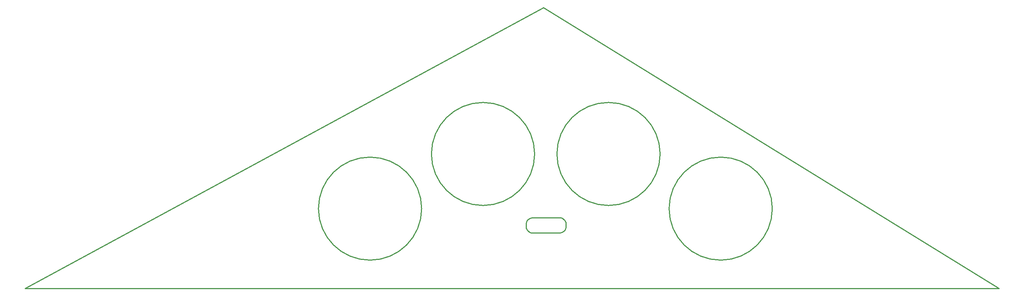
<source format=gm1>
%TF.GenerationSoftware,KiCad,Pcbnew,7.0.10*%
%TF.CreationDate,2024-03-17T18:40:00-04:00*%
%TF.ProjectId,front panel,66726f6e-7420-4706-916e-656c2e6b6963,rev?*%
%TF.SameCoordinates,Original*%
%TF.FileFunction,Profile,NP*%
%FSLAX46Y46*%
G04 Gerber Fmt 4.6, Leading zero omitted, Abs format (unit mm)*
G04 Created by KiCad (PCBNEW 7.0.10) date 2024-03-17 18:40:00*
%MOMM*%
%LPD*%
G01*
G04 APERTURE LIST*
%TA.AperFunction,Profile*%
%ADD10C,0.250000*%
%TD*%
%ADD11C,0.250000*%
G04 APERTURE END LIST*
D10*
X205482475Y-118445122D02*
G75*
G03*
X181317197Y-118445122I-12082639J0D01*
G01*
X181317197Y-118445122D02*
G75*
G03*
X205482475Y-118445122I12082639J0D01*
G01*
X123373447Y-118445122D02*
G75*
G03*
X99208169Y-118445122I-12082639J0D01*
G01*
X99208169Y-118445122D02*
G75*
G03*
X123373447Y-118445122I12082639J0D01*
G01*
X179214633Y-105621658D02*
G75*
G03*
X155049357Y-105621658I-12082638J0D01*
G01*
X155049357Y-105621658D02*
G75*
G03*
X179214633Y-105621658I12082638J0D01*
G01*
X149831780Y-105621658D02*
G75*
G03*
X125666502Y-105621658I-12082639J0D01*
G01*
X125666502Y-105621658D02*
G75*
G03*
X149831780Y-105621658I12082639J0D01*
G01*
D11*
X156181780Y-120653514D02*
X156438251Y-120779025D01*
X156664863Y-120951672D01*
X156856043Y-121163301D01*
X157006220Y-121405757D01*
X157109825Y-121670884D01*
X157161285Y-121950529D01*
X157166022Y-122064625D01*
X155666717Y-120561789D02*
X155929537Y-120585164D01*
X156181780Y-120653514D01*
D10*
X149316717Y-120561789D02*
X155666717Y-120561789D01*
D11*
X147909137Y-121546052D02*
X148033237Y-121290757D01*
X148204911Y-121064528D01*
X148415922Y-120873180D01*
X148658034Y-120722528D01*
X148923013Y-120618384D01*
X149202621Y-120566564D01*
X149316717Y-120561789D01*
X147817411Y-122064625D02*
X147839462Y-121801366D01*
X147909137Y-121546052D01*
D10*
X147817411Y-122622020D02*
X147817411Y-122064625D01*
D11*
X148798144Y-124029600D02*
X148543080Y-123905506D01*
X148317439Y-123733834D01*
X148126872Y-123522822D01*
X147977033Y-123280707D01*
X147873573Y-123015726D01*
X147822146Y-122736115D01*
X147817411Y-122622020D01*
X149316717Y-124124857D02*
X149053457Y-124101040D01*
X148798144Y-124029600D01*
D10*
X155666717Y-124124857D02*
X149316717Y-124124857D01*
D11*
X157074318Y-123140593D02*
X156949038Y-123395895D01*
X156776978Y-123622126D01*
X156566128Y-123813473D01*
X156324483Y-123964123D01*
X156060035Y-124068264D01*
X155780777Y-124120082D01*
X155666717Y-124124857D01*
X157166022Y-122622020D02*
X157142657Y-122885279D01*
X157074318Y-123140593D01*
D10*
X157166022Y-122064625D02*
X157166022Y-122622020D01*
X258600249Y-137160000D02*
X151923750Y-71261094D01*
X30480000Y-137160000D02*
X258600249Y-137160000D01*
X151923750Y-71261094D02*
X30480000Y-137160000D01*
M02*

</source>
